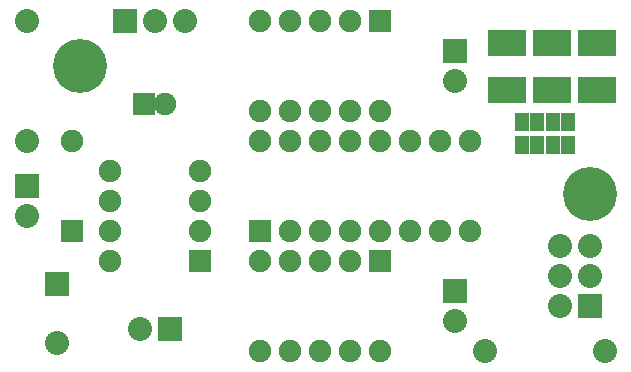
<source format=gts>
G04 (created by PCBNEW (2013-mar-13)-testing) date Sat 11 May 2013 09:23:07 PM PDT*
%MOIN*%
G04 Gerber Fmt 3.4, Leading zero omitted, Abs format*
%FSLAX34Y34*%
G01*
G70*
G90*
G04 APERTURE LIST*
%ADD10C,0.000787*%
%ADD11R,0.075000X0.075000*%
%ADD12C,0.075000*%
%ADD13R,0.080000X0.080000*%
%ADD14C,0.080000*%
%ADD15R,0.126300X0.090900*%
%ADD16C,0.180000*%
%ADD17R,0.045591X0.059370*%
G04 APERTURE END LIST*
G54D10*
G54D11*
X84250Y-36500D03*
G54D12*
X84250Y-33500D03*
G54D13*
X87500Y-39750D03*
G54D14*
X86500Y-39750D03*
G54D15*
X98750Y-30213D03*
X98750Y-31787D03*
X101750Y-30213D03*
X101750Y-31787D03*
X100250Y-30213D03*
X100250Y-31787D03*
G54D11*
X86645Y-32250D03*
G54D12*
X87354Y-32250D03*
G54D16*
X101500Y-35250D03*
G54D13*
X83750Y-38265D03*
G54D14*
X83750Y-40234D03*
G54D16*
X84500Y-31000D03*
G54D11*
X90500Y-36500D03*
G54D12*
X91500Y-36500D03*
X92500Y-36500D03*
X93500Y-36500D03*
X94500Y-36500D03*
X95500Y-36500D03*
X96500Y-36500D03*
X97500Y-36500D03*
X97500Y-33500D03*
X96500Y-33500D03*
X95500Y-33500D03*
X94500Y-33500D03*
X93500Y-33500D03*
X92500Y-33500D03*
X91500Y-33500D03*
X90500Y-33500D03*
G54D11*
X94500Y-29500D03*
G54D12*
X93500Y-29500D03*
X92500Y-29500D03*
X91500Y-29500D03*
X90500Y-29500D03*
X90500Y-32500D03*
X91500Y-32500D03*
X92500Y-32500D03*
X93500Y-32500D03*
X94500Y-32500D03*
G54D11*
X94500Y-37500D03*
G54D12*
X93500Y-37500D03*
X92500Y-37500D03*
X91500Y-37500D03*
X90500Y-37500D03*
X90500Y-40500D03*
X91500Y-40500D03*
X92500Y-40500D03*
X93500Y-40500D03*
X94500Y-40500D03*
G54D14*
X82750Y-33500D03*
X82750Y-29500D03*
X102000Y-40500D03*
X98000Y-40500D03*
G54D11*
X88500Y-37500D03*
G54D12*
X88500Y-36500D03*
X88500Y-35500D03*
X88500Y-34500D03*
X85500Y-34500D03*
X85500Y-35500D03*
X85500Y-36500D03*
X85500Y-37500D03*
G54D13*
X82750Y-35000D03*
G54D14*
X82750Y-36000D03*
G54D13*
X97000Y-38500D03*
G54D14*
X97000Y-39500D03*
G54D13*
X97000Y-30500D03*
G54D14*
X97000Y-31500D03*
G54D13*
X86000Y-29500D03*
G54D14*
X87000Y-29500D03*
X88000Y-29500D03*
G54D13*
X101500Y-39000D03*
G54D14*
X100500Y-39000D03*
X101500Y-38000D03*
X100500Y-38000D03*
X101500Y-37000D03*
X100500Y-37000D03*
G54D17*
X99250Y-33643D03*
X99761Y-33643D03*
X100273Y-33643D03*
X100785Y-33643D03*
X100785Y-32856D03*
X100273Y-32856D03*
X99761Y-32856D03*
X99250Y-32856D03*
M02*

</source>
